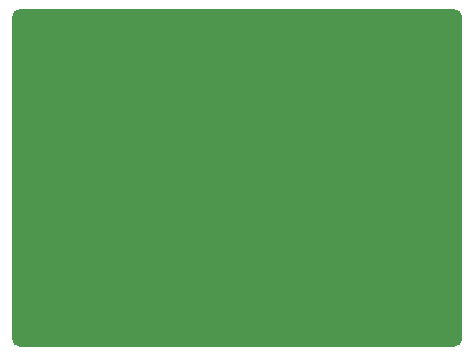
<source format=gbr>
G04 DipTrace 2.4.0.2*
%INBoard.gbr*%
%MOIN*%
%ADD11C,0.0055*%
%FSLAX44Y44*%
G04*
G70*
G90*
G75*
G01*
%LNBoardPoly*%
%LPD*%
G36*
X0Y-20D2*
D11*
X14500D1*
G03X14750Y230I0J250D01*
G01*
Y10980D1*
G03X14500Y11230I-250J0D01*
G01*
X0D1*
G03X-250Y10980I0J-250D01*
G01*
Y230D1*
G03X0Y-20I250J0D01*
G01*
G37*
M02*

</source>
